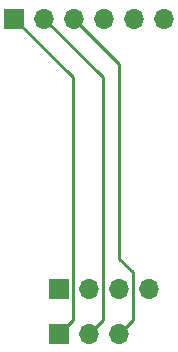
<source format=gbr>
%TF.GenerationSoftware,KiCad,Pcbnew,7.0.8*%
%TF.CreationDate,2024-11-24T19:48:23+00:00*%
%TF.ProjectId,working,776f726b-696e-4672-9e6b-696361645f70,rev?*%
%TF.SameCoordinates,Original*%
%TF.FileFunction,Copper,L2,Bot*%
%TF.FilePolarity,Positive*%
%FSLAX46Y46*%
G04 Gerber Fmt 4.6, Leading zero omitted, Abs format (unit mm)*
G04 Created by KiCad (PCBNEW 7.0.8) date 2024-11-24 19:48:23*
%MOMM*%
%LPD*%
G01*
G04 APERTURE LIST*
%TA.AperFunction,ComponentPad*%
%ADD10R,1.700000X1.700000*%
%TD*%
%TA.AperFunction,ComponentPad*%
%ADD11O,1.700000X1.700000*%
%TD*%
%TA.AperFunction,Conductor*%
%ADD12C,0.250000*%
%TD*%
G04 APERTURE END LIST*
D10*
%TO.P,CONN3,1,Pin_1*%
%TO.N,enc*%
X-2540000Y-7620000D03*
D11*
%TO.P,CONN3,2,Pin_2*%
%TO.N,switch_a*%
X0Y-7620000D03*
%TO.P,CONN3,3,Pin_3*%
%TO.N,gnd*%
X2540000Y-7620000D03*
%TO.P,CONN3,4,Pin_4*%
X5080000Y-7620000D03*
%TD*%
D10*
%TO.P,CONN2,1,Pin_1*%
%TO.N,a*%
X-2540000Y-11430000D03*
D11*
%TO.P,CONN2,2,Pin_2*%
%TO.N,b*%
X0Y-11430000D03*
%TO.P,CONN2,3,Pin_3*%
%TO.N,5v*%
X2540000Y-11430000D03*
%TD*%
D10*
%TO.P,CONN1,1,Pin_1*%
%TO.N,a*%
X-6350000Y15240000D03*
D11*
%TO.P,CONN1,2,Pin_2*%
%TO.N,b*%
X-3810000Y15240000D03*
%TO.P,CONN1,3,Pin_3*%
%TO.N,5v*%
X-1270000Y15240000D03*
%TO.P,CONN1,4,Pin_4*%
%TO.N,enc*%
X1270000Y15240000D03*
%TO.P,CONN1,5,Pin_5*%
%TO.N,switch_a*%
X3810000Y15240000D03*
%TO.P,CONN1,6,Pin_6*%
%TO.N,gnd*%
X6350000Y15240000D03*
%TD*%
D12*
%TO.N,5v*%
X2540000Y-5080000D02*
X2540000Y11430000D01*
X2540000Y11430000D02*
X-1270000Y15240000D01*
X3715000Y-6255000D02*
X2540000Y-5080000D01*
X3715000Y-10255000D02*
X3715000Y-6255000D01*
X2540000Y-11430000D02*
X3715000Y-10255000D01*
%TO.N,b*%
X1175000Y10255000D02*
X-3810000Y15240000D01*
X0Y-11430000D02*
X1175000Y-10255000D01*
X1175000Y-10255000D02*
X1175000Y10255000D01*
%TO.N,a*%
X-1365000Y10255000D02*
X-6350000Y15240000D01*
X-1365000Y-10255000D02*
X-1365000Y10255000D01*
X-2540000Y-11430000D02*
X-1365000Y-10255000D01*
%TD*%
M02*

</source>
